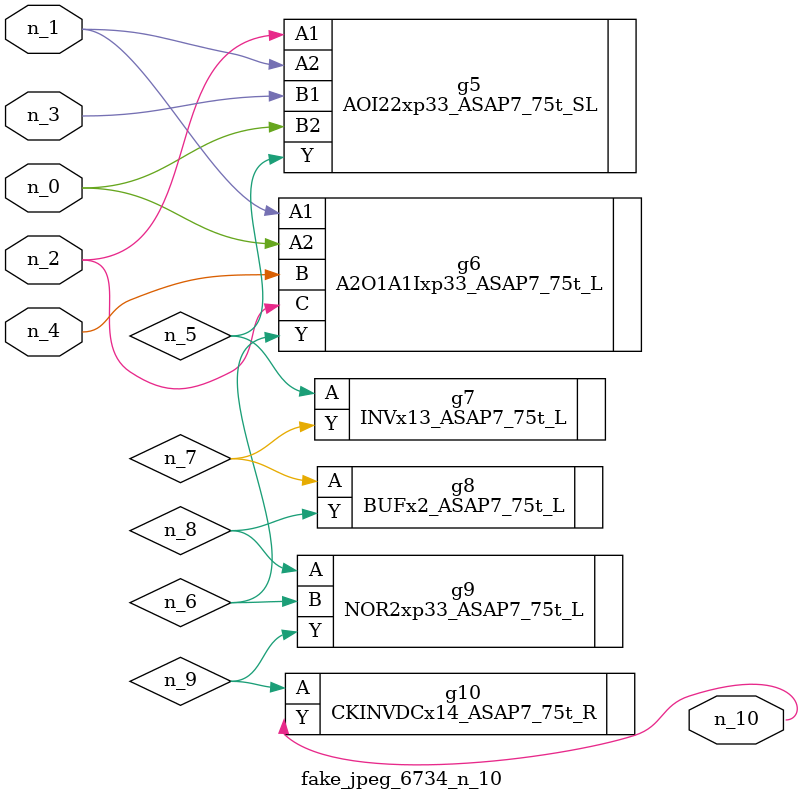
<source format=v>
module fake_jpeg_6734_n_10 (n_3, n_2, n_1, n_0, n_4, n_10);

input n_3;
input n_2;
input n_1;
input n_0;
input n_4;

output n_10;

wire n_8;
wire n_9;
wire n_6;
wire n_5;
wire n_7;

AOI22xp33_ASAP7_75t_SL g5 ( 
.A1(n_2),
.A2(n_1),
.B1(n_3),
.B2(n_0),
.Y(n_5)
);

A2O1A1Ixp33_ASAP7_75t_L g6 ( 
.A1(n_1),
.A2(n_0),
.B(n_4),
.C(n_2),
.Y(n_6)
);

INVx13_ASAP7_75t_L g7 ( 
.A(n_5),
.Y(n_7)
);

BUFx2_ASAP7_75t_L g8 ( 
.A(n_7),
.Y(n_8)
);

NOR2xp33_ASAP7_75t_L g9 ( 
.A(n_8),
.B(n_6),
.Y(n_9)
);

CKINVDCx14_ASAP7_75t_R g10 ( 
.A(n_9),
.Y(n_10)
);


endmodule
</source>
